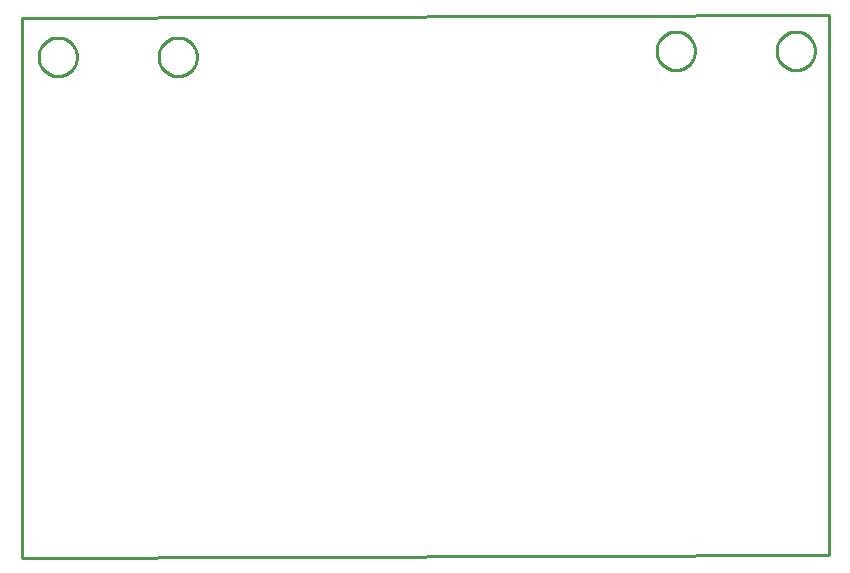
<source format=gbr>
G04 EAGLE Gerber RS-274X export*
G75*
%MOMM*%
%FSLAX34Y34*%
%LPD*%
%IN*%
%IPPOS*%
%AMOC8*
5,1,8,0,0,1.08239X$1,22.5*%
G01*
%ADD10C,0.254000*%


D10*
X0Y0D02*
X683260Y2540D01*
X683260Y459740D01*
X0Y457200D01*
X0Y0D01*
X132612Y440430D02*
X133674Y440360D01*
X134728Y440222D01*
X135772Y440014D01*
X136800Y439739D01*
X137807Y439397D01*
X138790Y438989D01*
X139744Y438519D01*
X140666Y437987D01*
X141550Y437396D01*
X142394Y436748D01*
X143194Y436047D01*
X143947Y435294D01*
X144648Y434494D01*
X145296Y433650D01*
X145887Y432766D01*
X146419Y431844D01*
X146889Y430890D01*
X147297Y429907D01*
X147639Y428900D01*
X147914Y427872D01*
X148122Y426828D01*
X148260Y425774D01*
X148330Y424712D01*
X148330Y423648D01*
X148260Y422586D01*
X148122Y421532D01*
X147914Y420488D01*
X147639Y419460D01*
X147297Y418453D01*
X146889Y417470D01*
X146419Y416516D01*
X145887Y415594D01*
X145296Y414710D01*
X144648Y413866D01*
X143947Y413066D01*
X143194Y412313D01*
X142394Y411612D01*
X141550Y410964D01*
X140666Y410373D01*
X139744Y409841D01*
X138790Y409371D01*
X137807Y408963D01*
X136800Y408621D01*
X135772Y408346D01*
X134728Y408138D01*
X133674Y408000D01*
X132612Y407930D01*
X131548Y407930D01*
X130486Y408000D01*
X129432Y408138D01*
X128388Y408346D01*
X127360Y408621D01*
X126353Y408963D01*
X125370Y409371D01*
X124416Y409841D01*
X123494Y410373D01*
X122610Y410964D01*
X121766Y411612D01*
X120966Y412313D01*
X120213Y413066D01*
X119512Y413866D01*
X118864Y414710D01*
X118273Y415594D01*
X117741Y416516D01*
X117271Y417470D01*
X116863Y418453D01*
X116521Y419460D01*
X116246Y420488D01*
X116038Y421532D01*
X115900Y422586D01*
X115830Y423648D01*
X115830Y424712D01*
X115900Y425774D01*
X116038Y426828D01*
X116246Y427872D01*
X116521Y428900D01*
X116863Y429907D01*
X117271Y430890D01*
X117741Y431844D01*
X118273Y432766D01*
X118864Y433650D01*
X119512Y434494D01*
X120213Y435294D01*
X120966Y436047D01*
X121766Y436748D01*
X122610Y437396D01*
X123494Y437987D01*
X124416Y438519D01*
X125370Y438989D01*
X126353Y439397D01*
X127360Y439739D01*
X128388Y440014D01*
X129432Y440222D01*
X130486Y440360D01*
X131548Y440430D01*
X132612Y440430D01*
X31012Y440430D02*
X32074Y440360D01*
X33128Y440222D01*
X34172Y440014D01*
X35200Y439739D01*
X36207Y439397D01*
X37190Y438989D01*
X38144Y438519D01*
X39066Y437987D01*
X39950Y437396D01*
X40794Y436748D01*
X41594Y436047D01*
X42347Y435294D01*
X43048Y434494D01*
X43696Y433650D01*
X44287Y432766D01*
X44819Y431844D01*
X45289Y430890D01*
X45697Y429907D01*
X46039Y428900D01*
X46314Y427872D01*
X46522Y426828D01*
X46660Y425774D01*
X46730Y424712D01*
X46730Y423648D01*
X46660Y422586D01*
X46522Y421532D01*
X46314Y420488D01*
X46039Y419460D01*
X45697Y418453D01*
X45289Y417470D01*
X44819Y416516D01*
X44287Y415594D01*
X43696Y414710D01*
X43048Y413866D01*
X42347Y413066D01*
X41594Y412313D01*
X40794Y411612D01*
X39950Y410964D01*
X39066Y410373D01*
X38144Y409841D01*
X37190Y409371D01*
X36207Y408963D01*
X35200Y408621D01*
X34172Y408346D01*
X33128Y408138D01*
X32074Y408000D01*
X31012Y407930D01*
X29948Y407930D01*
X28886Y408000D01*
X27832Y408138D01*
X26788Y408346D01*
X25760Y408621D01*
X24753Y408963D01*
X23770Y409371D01*
X22816Y409841D01*
X21894Y410373D01*
X21010Y410964D01*
X20166Y411612D01*
X19366Y412313D01*
X18613Y413066D01*
X17912Y413866D01*
X17264Y414710D01*
X16673Y415594D01*
X16141Y416516D01*
X15671Y417470D01*
X15263Y418453D01*
X14921Y419460D01*
X14646Y420488D01*
X14438Y421532D01*
X14300Y422586D01*
X14230Y423648D01*
X14230Y424712D01*
X14300Y425774D01*
X14438Y426828D01*
X14646Y427872D01*
X14921Y428900D01*
X15263Y429907D01*
X15671Y430890D01*
X16141Y431844D01*
X16673Y432766D01*
X17264Y433650D01*
X17912Y434494D01*
X18613Y435294D01*
X19366Y436047D01*
X20166Y436748D01*
X21010Y437396D01*
X21894Y437987D01*
X22816Y438519D01*
X23770Y438989D01*
X24753Y439397D01*
X25760Y439739D01*
X26788Y440014D01*
X27832Y440222D01*
X28886Y440360D01*
X29948Y440430D01*
X31012Y440430D01*
X655852Y445510D02*
X656914Y445440D01*
X657968Y445302D01*
X659012Y445094D01*
X660040Y444819D01*
X661047Y444477D01*
X662030Y444069D01*
X662984Y443599D01*
X663906Y443067D01*
X664790Y442476D01*
X665634Y441828D01*
X666434Y441127D01*
X667187Y440374D01*
X667888Y439574D01*
X668536Y438730D01*
X669127Y437846D01*
X669659Y436924D01*
X670129Y435970D01*
X670537Y434987D01*
X670879Y433980D01*
X671154Y432952D01*
X671362Y431908D01*
X671500Y430854D01*
X671570Y429792D01*
X671570Y428728D01*
X671500Y427666D01*
X671362Y426612D01*
X671154Y425568D01*
X670879Y424540D01*
X670537Y423533D01*
X670129Y422550D01*
X669659Y421596D01*
X669127Y420674D01*
X668536Y419790D01*
X667888Y418946D01*
X667187Y418146D01*
X666434Y417393D01*
X665634Y416692D01*
X664790Y416044D01*
X663906Y415453D01*
X662984Y414921D01*
X662030Y414451D01*
X661047Y414043D01*
X660040Y413701D01*
X659012Y413426D01*
X657968Y413218D01*
X656914Y413080D01*
X655852Y413010D01*
X654788Y413010D01*
X653726Y413080D01*
X652672Y413218D01*
X651628Y413426D01*
X650600Y413701D01*
X649593Y414043D01*
X648610Y414451D01*
X647656Y414921D01*
X646734Y415453D01*
X645850Y416044D01*
X645006Y416692D01*
X644206Y417393D01*
X643453Y418146D01*
X642752Y418946D01*
X642104Y419790D01*
X641513Y420674D01*
X640981Y421596D01*
X640511Y422550D01*
X640103Y423533D01*
X639761Y424540D01*
X639486Y425568D01*
X639278Y426612D01*
X639140Y427666D01*
X639070Y428728D01*
X639070Y429792D01*
X639140Y430854D01*
X639278Y431908D01*
X639486Y432952D01*
X639761Y433980D01*
X640103Y434987D01*
X640511Y435970D01*
X640981Y436924D01*
X641513Y437846D01*
X642104Y438730D01*
X642752Y439574D01*
X643453Y440374D01*
X644206Y441127D01*
X645006Y441828D01*
X645850Y442476D01*
X646734Y443067D01*
X647656Y443599D01*
X648610Y444069D01*
X649593Y444477D01*
X650600Y444819D01*
X651628Y445094D01*
X652672Y445302D01*
X653726Y445440D01*
X654788Y445510D01*
X655852Y445510D01*
X554252Y445510D02*
X555314Y445440D01*
X556368Y445302D01*
X557412Y445094D01*
X558440Y444819D01*
X559447Y444477D01*
X560430Y444069D01*
X561384Y443599D01*
X562306Y443067D01*
X563190Y442476D01*
X564034Y441828D01*
X564834Y441127D01*
X565587Y440374D01*
X566288Y439574D01*
X566936Y438730D01*
X567527Y437846D01*
X568059Y436924D01*
X568529Y435970D01*
X568937Y434987D01*
X569279Y433980D01*
X569554Y432952D01*
X569762Y431908D01*
X569900Y430854D01*
X569970Y429792D01*
X569970Y428728D01*
X569900Y427666D01*
X569762Y426612D01*
X569554Y425568D01*
X569279Y424540D01*
X568937Y423533D01*
X568529Y422550D01*
X568059Y421596D01*
X567527Y420674D01*
X566936Y419790D01*
X566288Y418946D01*
X565587Y418146D01*
X564834Y417393D01*
X564034Y416692D01*
X563190Y416044D01*
X562306Y415453D01*
X561384Y414921D01*
X560430Y414451D01*
X559447Y414043D01*
X558440Y413701D01*
X557412Y413426D01*
X556368Y413218D01*
X555314Y413080D01*
X554252Y413010D01*
X553188Y413010D01*
X552126Y413080D01*
X551072Y413218D01*
X550028Y413426D01*
X549000Y413701D01*
X547993Y414043D01*
X547010Y414451D01*
X546056Y414921D01*
X545134Y415453D01*
X544250Y416044D01*
X543406Y416692D01*
X542606Y417393D01*
X541853Y418146D01*
X541152Y418946D01*
X540504Y419790D01*
X539913Y420674D01*
X539381Y421596D01*
X538911Y422550D01*
X538503Y423533D01*
X538161Y424540D01*
X537886Y425568D01*
X537678Y426612D01*
X537540Y427666D01*
X537470Y428728D01*
X537470Y429792D01*
X537540Y430854D01*
X537678Y431908D01*
X537886Y432952D01*
X538161Y433980D01*
X538503Y434987D01*
X538911Y435970D01*
X539381Y436924D01*
X539913Y437846D01*
X540504Y438730D01*
X541152Y439574D01*
X541853Y440374D01*
X542606Y441127D01*
X543406Y441828D01*
X544250Y442476D01*
X545134Y443067D01*
X546056Y443599D01*
X547010Y444069D01*
X547993Y444477D01*
X549000Y444819D01*
X550028Y445094D01*
X551072Y445302D01*
X552126Y445440D01*
X553188Y445510D01*
X554252Y445510D01*
M02*

</source>
